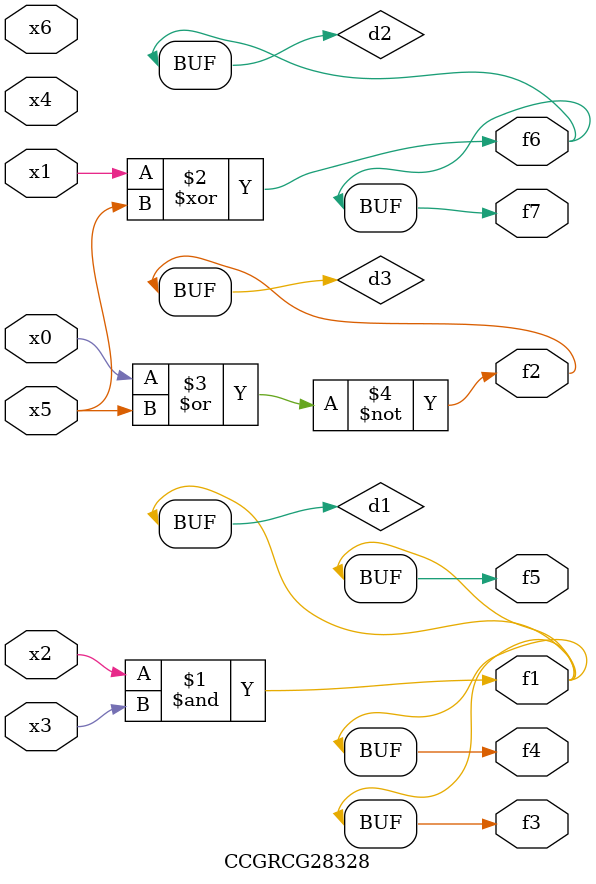
<source format=v>
module CCGRCG28328(
	input x0, x1, x2, x3, x4, x5, x6,
	output f1, f2, f3, f4, f5, f6, f7
);

	wire d1, d2, d3;

	and (d1, x2, x3);
	xor (d2, x1, x5);
	nor (d3, x0, x5);
	assign f1 = d1;
	assign f2 = d3;
	assign f3 = d1;
	assign f4 = d1;
	assign f5 = d1;
	assign f6 = d2;
	assign f7 = d2;
endmodule

</source>
